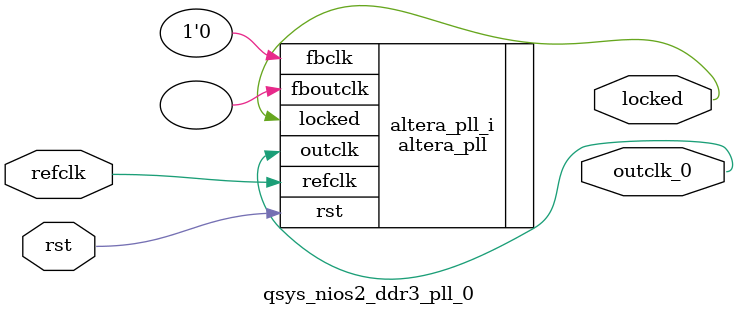
<source format=v>
`timescale 1ns/10ps
module  qsys_nios2_ddr3_pll_0(

	// interface 'refclk'
	input wire refclk,

	// interface 'reset'
	input wire rst,

	// interface 'outclk0'
	output wire outclk_0,

	// interface 'locked'
	output wire locked
);

	altera_pll #(
		.fractional_vco_multiplier("false"),
		.reference_clock_frequency("20.0 MHz"),
		.operation_mode("direct"),
		.number_of_clocks(1),
		.output_clock_frequency0("100.000000 MHz"),
		.phase_shift0("0 ps"),
		.duty_cycle0(50),
		.output_clock_frequency1("0 MHz"),
		.phase_shift1("0 ps"),
		.duty_cycle1(50),
		.output_clock_frequency2("0 MHz"),
		.phase_shift2("0 ps"),
		.duty_cycle2(50),
		.output_clock_frequency3("0 MHz"),
		.phase_shift3("0 ps"),
		.duty_cycle3(50),
		.output_clock_frequency4("0 MHz"),
		.phase_shift4("0 ps"),
		.duty_cycle4(50),
		.output_clock_frequency5("0 MHz"),
		.phase_shift5("0 ps"),
		.duty_cycle5(50),
		.output_clock_frequency6("0 MHz"),
		.phase_shift6("0 ps"),
		.duty_cycle6(50),
		.output_clock_frequency7("0 MHz"),
		.phase_shift7("0 ps"),
		.duty_cycle7(50),
		.output_clock_frequency8("0 MHz"),
		.phase_shift8("0 ps"),
		.duty_cycle8(50),
		.output_clock_frequency9("0 MHz"),
		.phase_shift9("0 ps"),
		.duty_cycle9(50),
		.output_clock_frequency10("0 MHz"),
		.phase_shift10("0 ps"),
		.duty_cycle10(50),
		.output_clock_frequency11("0 MHz"),
		.phase_shift11("0 ps"),
		.duty_cycle11(50),
		.output_clock_frequency12("0 MHz"),
		.phase_shift12("0 ps"),
		.duty_cycle12(50),
		.output_clock_frequency13("0 MHz"),
		.phase_shift13("0 ps"),
		.duty_cycle13(50),
		.output_clock_frequency14("0 MHz"),
		.phase_shift14("0 ps"),
		.duty_cycle14(50),
		.output_clock_frequency15("0 MHz"),
		.phase_shift15("0 ps"),
		.duty_cycle15(50),
		.output_clock_frequency16("0 MHz"),
		.phase_shift16("0 ps"),
		.duty_cycle16(50),
		.output_clock_frequency17("0 MHz"),
		.phase_shift17("0 ps"),
		.duty_cycle17(50),
		.pll_type("General"),
		.pll_subtype("General")
	) altera_pll_i (
		.rst	(rst),
		.outclk	({outclk_0}),
		.locked	(locked),
		.fboutclk	( ),
		.fbclk	(1'b0),
		.refclk	(refclk)
	);
endmodule


</source>
